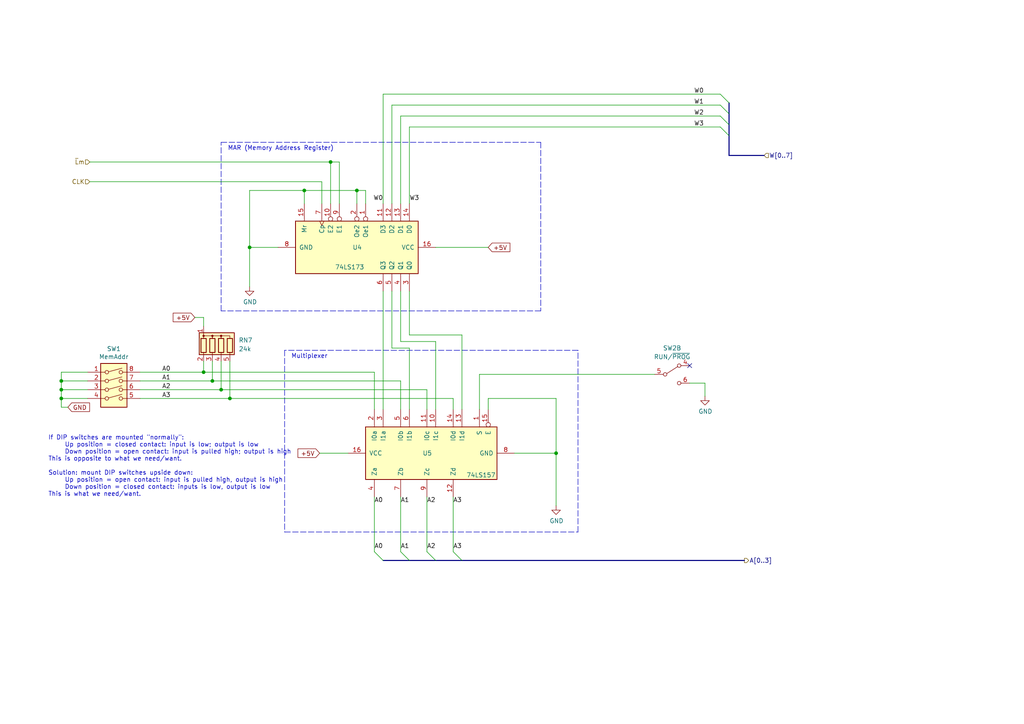
<source format=kicad_sch>
(kicad_sch (version 20211123) (generator eeschema)

  (uuid 652cf336-ea82-4bed-8c50-9f920b7be0a1)

  (paper "A4")

  (lib_symbols
    (symbol "74xx:74LS157" (pin_names (offset 1.016)) (in_bom yes) (on_board yes)
      (property "Reference" "U" (id 0) (at -7.62 19.05 0)
        (effects (font (size 1.27 1.27)))
      )
      (property "Value" "74LS157" (id 1) (at -7.62 -21.59 0)
        (effects (font (size 1.27 1.27)))
      )
      (property "Footprint" "" (id 2) (at 0 0 0)
        (effects (font (size 1.27 1.27)) hide)
      )
      (property "Datasheet" "http://www.ti.com/lit/gpn/sn74LS157" (id 3) (at 0 0 0)
        (effects (font (size 1.27 1.27)) hide)
      )
      (property "ki_locked" "" (id 4) (at 0 0 0)
        (effects (font (size 1.27 1.27)))
      )
      (property "ki_keywords" "TTL MUX MUX2" (id 5) (at 0 0 0)
        (effects (font (size 1.27 1.27)) hide)
      )
      (property "ki_description" "Quad 2 to 1 line Multiplexer" (id 6) (at 0 0 0)
        (effects (font (size 1.27 1.27)) hide)
      )
      (property "ki_fp_filters" "DIP?16*" (id 7) (at 0 0 0)
        (effects (font (size 1.27 1.27)) hide)
      )
      (symbol "74LS157_1_0"
        (pin input line (at -12.7 -15.24 0) (length 5.08)
          (name "S" (effects (font (size 1.27 1.27))))
          (number "1" (effects (font (size 1.27 1.27))))
        )
        (pin input line (at -12.7 -2.54 0) (length 5.08)
          (name "I1c" (effects (font (size 1.27 1.27))))
          (number "10" (effects (font (size 1.27 1.27))))
        )
        (pin input line (at -12.7 0 0) (length 5.08)
          (name "I0c" (effects (font (size 1.27 1.27))))
          (number "11" (effects (font (size 1.27 1.27))))
        )
        (pin output line (at 12.7 -7.62 180) (length 5.08)
          (name "Zd" (effects (font (size 1.27 1.27))))
          (number "12" (effects (font (size 1.27 1.27))))
        )
        (pin input line (at -12.7 -10.16 0) (length 5.08)
          (name "I1d" (effects (font (size 1.27 1.27))))
          (number "13" (effects (font (size 1.27 1.27))))
        )
        (pin input line (at -12.7 -7.62 0) (length 5.08)
          (name "I0d" (effects (font (size 1.27 1.27))))
          (number "14" (effects (font (size 1.27 1.27))))
        )
        (pin input inverted (at -12.7 -17.78 0) (length 5.08)
          (name "E" (effects (font (size 1.27 1.27))))
          (number "15" (effects (font (size 1.27 1.27))))
        )
        (pin power_in line (at 0 22.86 270) (length 5.08)
          (name "VCC" (effects (font (size 1.27 1.27))))
          (number "16" (effects (font (size 1.27 1.27))))
        )
        (pin input line (at -12.7 15.24 0) (length 5.08)
          (name "I0a" (effects (font (size 1.27 1.27))))
          (number "2" (effects (font (size 1.27 1.27))))
        )
        (pin input line (at -12.7 12.7 0) (length 5.08)
          (name "I1a" (effects (font (size 1.27 1.27))))
          (number "3" (effects (font (size 1.27 1.27))))
        )
        (pin output line (at 12.7 15.24 180) (length 5.08)
          (name "Za" (effects (font (size 1.27 1.27))))
          (number "4" (effects (font (size 1.27 1.27))))
        )
        (pin input line (at -12.7 7.62 0) (length 5.08)
          (name "I0b" (effects (font (size 1.27 1.27))))
          (number "5" (effects (font (size 1.27 1.27))))
        )
        (pin input line (at -12.7 5.08 0) (length 5.08)
          (name "I1b" (effects (font (size 1.27 1.27))))
          (number "6" (effects (font (size 1.27 1.27))))
        )
        (pin output line (at 12.7 7.62 180) (length 5.08)
          (name "Zb" (effects (font (size 1.27 1.27))))
          (number "7" (effects (font (size 1.27 1.27))))
        )
        (pin power_in line (at 0 -25.4 90) (length 5.08)
          (name "GND" (effects (font (size 1.27 1.27))))
          (number "8" (effects (font (size 1.27 1.27))))
        )
        (pin output line (at 12.7 0 180) (length 5.08)
          (name "Zc" (effects (font (size 1.27 1.27))))
          (number "9" (effects (font (size 1.27 1.27))))
        )
      )
      (symbol "74LS157_1_1"
        (rectangle (start -7.62 17.78) (end 7.62 -20.32)
          (stroke (width 0.254) (type default) (color 0 0 0 0))
          (fill (type background))
        )
      )
    )
    (symbol "74xx:74LS173" (pin_names (offset 1.016)) (in_bom yes) (on_board yes)
      (property "Reference" "U" (id 0) (at -7.62 19.05 0)
        (effects (font (size 1.27 1.27)))
      )
      (property "Value" "74LS173" (id 1) (at -7.62 -19.05 0)
        (effects (font (size 1.27 1.27)))
      )
      (property "Footprint" "" (id 2) (at 0 0 0)
        (effects (font (size 1.27 1.27)) hide)
      )
      (property "Datasheet" "http://www.ti.com/lit/gpn/sn74LS173" (id 3) (at 0 0 0)
        (effects (font (size 1.27 1.27)) hide)
      )
      (property "ki_locked" "" (id 4) (at 0 0 0)
        (effects (font (size 1.27 1.27)))
      )
      (property "ki_keywords" "TTL REG REG4 3State DFF" (id 5) (at 0 0 0)
        (effects (font (size 1.27 1.27)) hide)
      )
      (property "ki_description" "4-bit D-type Register, 3 state out" (id 6) (at 0 0 0)
        (effects (font (size 1.27 1.27)) hide)
      )
      (property "ki_fp_filters" "DIP?16*" (id 7) (at 0 0 0)
        (effects (font (size 1.27 1.27)) hide)
      )
      (symbol "74LS173_1_0"
        (pin input inverted (at -12.7 2.54 0) (length 5.08)
          (name "Oe1" (effects (font (size 1.27 1.27))))
          (number "1" (effects (font (size 1.27 1.27))))
        )
        (pin input inverted (at -12.7 -7.62 0) (length 5.08)
          (name "E2" (effects (font (size 1.27 1.27))))
          (number "10" (effects (font (size 1.27 1.27))))
        )
        (pin input line (at -12.7 7.62 0) (length 5.08)
          (name "D3" (effects (font (size 1.27 1.27))))
          (number "11" (effects (font (size 1.27 1.27))))
        )
        (pin input line (at -12.7 10.16 0) (length 5.08)
          (name "D2" (effects (font (size 1.27 1.27))))
          (number "12" (effects (font (size 1.27 1.27))))
        )
        (pin input line (at -12.7 12.7 0) (length 5.08)
          (name "D1" (effects (font (size 1.27 1.27))))
          (number "13" (effects (font (size 1.27 1.27))))
        )
        (pin input line (at -12.7 15.24 0) (length 5.08)
          (name "D0" (effects (font (size 1.27 1.27))))
          (number "14" (effects (font (size 1.27 1.27))))
        )
        (pin input line (at -12.7 -15.24 0) (length 5.08)
          (name "Mr" (effects (font (size 1.27 1.27))))
          (number "15" (effects (font (size 1.27 1.27))))
        )
        (pin power_in line (at 0 22.86 270) (length 5.08)
          (name "VCC" (effects (font (size 1.27 1.27))))
          (number "16" (effects (font (size 1.27 1.27))))
        )
        (pin input inverted (at -12.7 0 0) (length 5.08)
          (name "Oe2" (effects (font (size 1.27 1.27))))
          (number "2" (effects (font (size 1.27 1.27))))
        )
        (pin tri_state line (at 12.7 15.24 180) (length 5.08)
          (name "Q0" (effects (font (size 1.27 1.27))))
          (number "3" (effects (font (size 1.27 1.27))))
        )
        (pin tri_state line (at 12.7 12.7 180) (length 5.08)
          (name "Q1" (effects (font (size 1.27 1.27))))
          (number "4" (effects (font (size 1.27 1.27))))
        )
        (pin tri_state line (at 12.7 10.16 180) (length 5.08)
          (name "Q2" (effects (font (size 1.27 1.27))))
          (number "5" (effects (font (size 1.27 1.27))))
        )
        (pin tri_state line (at 12.7 7.62 180) (length 5.08)
          (name "Q3" (effects (font (size 1.27 1.27))))
          (number "6" (effects (font (size 1.27 1.27))))
        )
        (pin input clock (at -12.7 -10.16 0) (length 5.08)
          (name "Cp" (effects (font (size 1.27 1.27))))
          (number "7" (effects (font (size 1.27 1.27))))
        )
        (pin power_in line (at 0 -22.86 90) (length 5.08)
          (name "GND" (effects (font (size 1.27 1.27))))
          (number "8" (effects (font (size 1.27 1.27))))
        )
        (pin input inverted (at -12.7 -5.08 0) (length 5.08)
          (name "E1" (effects (font (size 1.27 1.27))))
          (number "9" (effects (font (size 1.27 1.27))))
        )
      )
      (symbol "74LS173_1_1"
        (rectangle (start -7.62 17.78) (end 7.62 -17.78)
          (stroke (width 0.254) (type default) (color 0 0 0 0))
          (fill (type background))
        )
      )
    )
    (symbol "Device:R_Network04" (pin_names (offset 0) hide) (in_bom yes) (on_board yes)
      (property "Reference" "RN" (id 0) (at -7.62 0 90)
        (effects (font (size 1.27 1.27)))
      )
      (property "Value" "R_Network04" (id 1) (at 5.08 0 90)
        (effects (font (size 1.27 1.27)))
      )
      (property "Footprint" "Resistor_THT:R_Array_SIP5" (id 2) (at 6.985 0 90)
        (effects (font (size 1.27 1.27)) hide)
      )
      (property "Datasheet" "http://www.vishay.com/docs/31509/csc.pdf" (id 3) (at 0 0 0)
        (effects (font (size 1.27 1.27)) hide)
      )
      (property "ki_keywords" "R network star-topology" (id 4) (at 0 0 0)
        (effects (font (size 1.27 1.27)) hide)
      )
      (property "ki_description" "4 resistor network, star topology, bussed resistors, small symbol" (id 5) (at 0 0 0)
        (effects (font (size 1.27 1.27)) hide)
      )
      (property "ki_fp_filters" "R?Array?SIP*" (id 6) (at 0 0 0)
        (effects (font (size 1.27 1.27)) hide)
      )
      (symbol "R_Network04_0_1"
        (rectangle (start -6.35 -3.175) (end 3.81 3.175)
          (stroke (width 0.254) (type default) (color 0 0 0 0))
          (fill (type background))
        )
        (rectangle (start -5.842 1.524) (end -4.318 -2.54)
          (stroke (width 0.254) (type default) (color 0 0 0 0))
          (fill (type none))
        )
        (circle (center -5.08 2.286) (radius 0.254)
          (stroke (width 0) (type default) (color 0 0 0 0))
          (fill (type outline))
        )
        (rectangle (start -3.302 1.524) (end -1.778 -2.54)
          (stroke (width 0.254) (type default) (color 0 0 0 0))
          (fill (type none))
        )
        (circle (center -2.54 2.286) (radius 0.254)
          (stroke (width 0) (type default) (color 0 0 0 0))
          (fill (type outline))
        )
        (rectangle (start -0.762 1.524) (end 0.762 -2.54)
          (stroke (width 0.254) (type default) (color 0 0 0 0))
          (fill (type none))
        )
        (polyline
          (pts
            (xy -5.08 -2.54)
            (xy -5.08 -3.81)
          )
          (stroke (width 0) (type default) (color 0 0 0 0))
          (fill (type none))
        )
        (polyline
          (pts
            (xy -2.54 -2.54)
            (xy -2.54 -3.81)
          )
          (stroke (width 0) (type default) (color 0 0 0 0))
          (fill (type none))
        )
        (polyline
          (pts
            (xy 0 -2.54)
            (xy 0 -3.81)
          )
          (stroke (width 0) (type default) (color 0 0 0 0))
          (fill (type none))
        )
        (polyline
          (pts
            (xy 2.54 -2.54)
            (xy 2.54 -3.81)
          )
          (stroke (width 0) (type default) (color 0 0 0 0))
          (fill (type none))
        )
        (polyline
          (pts
            (xy -5.08 1.524)
            (xy -5.08 2.286)
            (xy -2.54 2.286)
            (xy -2.54 1.524)
          )
          (stroke (width 0) (type default) (color 0 0 0 0))
          (fill (type none))
        )
        (polyline
          (pts
            (xy -2.54 1.524)
            (xy -2.54 2.286)
            (xy 0 2.286)
            (xy 0 1.524)
          )
          (stroke (width 0) (type default) (color 0 0 0 0))
          (fill (type none))
        )
        (polyline
          (pts
            (xy 0 1.524)
            (xy 0 2.286)
            (xy 2.54 2.286)
            (xy 2.54 1.524)
          )
          (stroke (width 0) (type default) (color 0 0 0 0))
          (fill (type none))
        )
        (circle (center 0 2.286) (radius 0.254)
          (stroke (width 0) (type default) (color 0 0 0 0))
          (fill (type outline))
        )
        (rectangle (start 1.778 1.524) (end 3.302 -2.54)
          (stroke (width 0.254) (type default) (color 0 0 0 0))
          (fill (type none))
        )
      )
      (symbol "R_Network04_1_1"
        (pin passive line (at -5.08 5.08 270) (length 2.54)
          (name "common" (effects (font (size 1.27 1.27))))
          (number "1" (effects (font (size 1.27 1.27))))
        )
        (pin passive line (at -5.08 -5.08 90) (length 1.27)
          (name "R1" (effects (font (size 1.27 1.27))))
          (number "2" (effects (font (size 1.27 1.27))))
        )
        (pin passive line (at -2.54 -5.08 90) (length 1.27)
          (name "R2" (effects (font (size 1.27 1.27))))
          (number "3" (effects (font (size 1.27 1.27))))
        )
        (pin passive line (at 0 -5.08 90) (length 1.27)
          (name "R3" (effects (font (size 1.27 1.27))))
          (number "4" (effects (font (size 1.27 1.27))))
        )
        (pin passive line (at 2.54 -5.08 90) (length 1.27)
          (name "R4" (effects (font (size 1.27 1.27))))
          (number "5" (effects (font (size 1.27 1.27))))
        )
      )
    )
    (symbol "Switch:SW_DIP_x04" (pin_names (offset 0) hide) (in_bom yes) (on_board yes)
      (property "Reference" "SW" (id 0) (at 0 8.89 0)
        (effects (font (size 1.27 1.27)))
      )
      (property "Value" "SW_DIP_x04" (id 1) (at 0 -6.35 0)
        (effects (font (size 1.27 1.27)))
      )
      (property "Footprint" "" (id 2) (at 0 0 0)
        (effects (font (size 1.27 1.27)) hide)
      )
      (property "Datasheet" "~" (id 3) (at 0 0 0)
        (effects (font (size 1.27 1.27)) hide)
      )
      (property "ki_keywords" "dip switch" (id 4) (at 0 0 0)
        (effects (font (size 1.27 1.27)) hide)
      )
      (property "ki_description" "4x DIP Switch, Single Pole Single Throw (SPST) switch, small symbol" (id 5) (at 0 0 0)
        (effects (font (size 1.27 1.27)) hide)
      )
      (property "ki_fp_filters" "SW?DIP?x4*" (id 6) (at 0 0 0)
        (effects (font (size 1.27 1.27)) hide)
      )
      (symbol "SW_DIP_x04_0_0"
        (circle (center -2.032 -2.54) (radius 0.508)
          (stroke (width 0) (type default) (color 0 0 0 0))
          (fill (type none))
        )
        (circle (center -2.032 0) (radius 0.508)
          (stroke (width 0) (type default) (color 0 0 0 0))
          (fill (type none))
        )
        (circle (center -2.032 2.54) (radius 0.508)
          (stroke (width 0) (type default) (color 0 0 0 0))
          (fill (type none))
        )
        (circle (center -2.032 5.08) (radius 0.508)
          (stroke (width 0) (type default) (color 0 0 0 0))
          (fill (type none))
        )
        (polyline
          (pts
            (xy -1.524 -2.3876)
            (xy 2.3622 -1.3462)
          )
          (stroke (width 0) (type default) (color 0 0 0 0))
          (fill (type none))
        )
        (polyline
          (pts
            (xy -1.524 0.127)
            (xy 2.3622 1.1684)
          )
          (stroke (width 0) (type default) (color 0 0 0 0))
          (fill (type none))
        )
        (polyline
          (pts
            (xy -1.524 2.667)
            (xy 2.3622 3.7084)
          )
          (stroke (width 0) (type default) (color 0 0 0 0))
          (fill (type none))
        )
        (polyline
          (pts
            (xy -1.524 5.207)
            (xy 2.3622 6.2484)
          )
          (stroke (width 0) (type default) (color 0 0 0 0))
          (fill (type none))
        )
        (circle (center 2.032 -2.54) (radius 0.508)
          (stroke (width 0) (type default) (color 0 0 0 0))
          (fill (type none))
        )
        (circle (center 2.032 0) (radius 0.508)
          (stroke (width 0) (type default) (color 0 0 0 0))
          (fill (type none))
        )
        (circle (center 2.032 2.54) (radius 0.508)
          (stroke (width 0) (type default) (color 0 0 0 0))
          (fill (type none))
        )
        (circle (center 2.032 5.08) (radius 0.508)
          (stroke (width 0) (type default) (color 0 0 0 0))
          (fill (type none))
        )
      )
      (symbol "SW_DIP_x04_0_1"
        (rectangle (start -3.81 7.62) (end 3.81 -5.08)
          (stroke (width 0.254) (type default) (color 0 0 0 0))
          (fill (type background))
        )
      )
      (symbol "SW_DIP_x04_1_1"
        (pin passive line (at -7.62 5.08 0) (length 5.08)
          (name "~" (effects (font (size 1.27 1.27))))
          (number "1" (effects (font (size 1.27 1.27))))
        )
        (pin passive line (at -7.62 2.54 0) (length 5.08)
          (name "~" (effects (font (size 1.27 1.27))))
          (number "2" (effects (font (size 1.27 1.27))))
        )
        (pin passive line (at -7.62 0 0) (length 5.08)
          (name "~" (effects (font (size 1.27 1.27))))
          (number "3" (effects (font (size 1.27 1.27))))
        )
        (pin passive line (at -7.62 -2.54 0) (length 5.08)
          (name "~" (effects (font (size 1.27 1.27))))
          (number "4" (effects (font (size 1.27 1.27))))
        )
        (pin passive line (at 7.62 -2.54 180) (length 5.08)
          (name "~" (effects (font (size 1.27 1.27))))
          (number "5" (effects (font (size 1.27 1.27))))
        )
        (pin passive line (at 7.62 0 180) (length 5.08)
          (name "~" (effects (font (size 1.27 1.27))))
          (number "6" (effects (font (size 1.27 1.27))))
        )
        (pin passive line (at 7.62 2.54 180) (length 5.08)
          (name "~" (effects (font (size 1.27 1.27))))
          (number "7" (effects (font (size 1.27 1.27))))
        )
        (pin passive line (at 7.62 5.08 180) (length 5.08)
          (name "~" (effects (font (size 1.27 1.27))))
          (number "8" (effects (font (size 1.27 1.27))))
        )
      )
    )
    (symbol "Switch:SW_DPDT_x2" (pin_names (offset 0) hide) (in_bom yes) (on_board yes)
      (property "Reference" "SW" (id 0) (at 0 4.318 0)
        (effects (font (size 1.27 1.27)))
      )
      (property "Value" "SW_DPDT_x2" (id 1) (at 0 -5.08 0)
        (effects (font (size 1.27 1.27)))
      )
      (property "Footprint" "" (id 2) (at 0 0 0)
        (effects (font (size 1.27 1.27)) hide)
      )
      (property "Datasheet" "~" (id 3) (at 0 0 0)
        (effects (font (size 1.27 1.27)) hide)
      )
      (property "ki_keywords" "switch dual-pole double-throw DPDT spdt ON-ON" (id 4) (at 0 0 0)
        (effects (font (size 1.27 1.27)) hide)
      )
      (property "ki_description" "Switch, dual pole double throw, separate symbols" (id 5) (at 0 0 0)
        (effects (font (size 1.27 1.27)) hide)
      )
      (property "ki_fp_filters" "SW*DPDT*" (id 6) (at 0 0 0)
        (effects (font (size 1.27 1.27)) hide)
      )
      (symbol "SW_DPDT_x2_0_0"
        (circle (center -2.032 0) (radius 0.508)
          (stroke (width 0) (type default) (color 0 0 0 0))
          (fill (type none))
        )
        (circle (center 2.032 -2.54) (radius 0.508)
          (stroke (width 0) (type default) (color 0 0 0 0))
          (fill (type none))
        )
      )
      (symbol "SW_DPDT_x2_0_1"
        (polyline
          (pts
            (xy -1.524 0.254)
            (xy 1.651 2.286)
          )
          (stroke (width 0) (type default) (color 0 0 0 0))
          (fill (type none))
        )
        (circle (center 2.032 2.54) (radius 0.508)
          (stroke (width 0) (type default) (color 0 0 0 0))
          (fill (type none))
        )
      )
      (symbol "SW_DPDT_x2_1_1"
        (pin passive line (at 5.08 2.54 180) (length 2.54)
          (name "A" (effects (font (size 1.27 1.27))))
          (number "1" (effects (font (size 1.27 1.27))))
        )
        (pin passive line (at -5.08 0 0) (length 2.54)
          (name "B" (effects (font (size 1.27 1.27))))
          (number "2" (effects (font (size 1.27 1.27))))
        )
        (pin passive line (at 5.08 -2.54 180) (length 2.54)
          (name "C" (effects (font (size 1.27 1.27))))
          (number "3" (effects (font (size 1.27 1.27))))
        )
      )
      (symbol "SW_DPDT_x2_2_1"
        (pin passive line (at 5.08 2.54 180) (length 2.54)
          (name "A" (effects (font (size 1.27 1.27))))
          (number "4" (effects (font (size 1.27 1.27))))
        )
        (pin passive line (at -5.08 0 0) (length 2.54)
          (name "B" (effects (font (size 1.27 1.27))))
          (number "5" (effects (font (size 1.27 1.27))))
        )
        (pin passive line (at 5.08 -2.54 180) (length 2.54)
          (name "C" (effects (font (size 1.27 1.27))))
          (number "6" (effects (font (size 1.27 1.27))))
        )
      )
    )
    (symbol "power:GND" (power) (pin_names (offset 0)) (in_bom yes) (on_board yes)
      (property "Reference" "#PWR" (id 0) (at 0 -6.35 0)
        (effects (font (size 1.27 1.27)) hide)
      )
      (property "Value" "GND" (id 1) (at 0 -3.81 0)
        (effects (font (size 1.27 1.27)))
      )
      (property "Footprint" "" (id 2) (at 0 0 0)
        (effects (font (size 1.27 1.27)) hide)
      )
      (property "Datasheet" "" (id 3) (at 0 0 0)
        (effects (font (size 1.27 1.27)) hide)
      )
      (property "ki_keywords" "power-flag" (id 4) (at 0 0 0)
        (effects (font (size 1.27 1.27)) hide)
      )
      (property "ki_description" "Power symbol creates a global label with name \"GND\" , ground" (id 5) (at 0 0 0)
        (effects (font (size 1.27 1.27)) hide)
      )
      (symbol "GND_0_1"
        (polyline
          (pts
            (xy 0 0)
            (xy 0 -1.27)
            (xy 1.27 -1.27)
            (xy 0 -2.54)
            (xy -1.27 -1.27)
            (xy 0 -1.27)
          )
          (stroke (width 0) (type default) (color 0 0 0 0))
          (fill (type none))
        )
      )
      (symbol "GND_1_1"
        (pin power_in line (at 0 0 270) (length 0) hide
          (name "GND" (effects (font (size 1.27 1.27))))
          (number "1" (effects (font (size 1.27 1.27))))
        )
      )
    )
  )

  (junction (at 17.78 110.49) (diameter 0) (color 0 0 0 0)
    (uuid 06741eba-fac3-4510-b31e-9c77d4a106f8)
  )
  (junction (at 17.78 113.03) (diameter 0) (color 0 0 0 0)
    (uuid 06ff7137-7141-48ac-be92-ff48356694ef)
  )
  (junction (at 103.505 55.245) (diameter 0) (color 0 0 0 0)
    (uuid 0d1435d6-7ef2-4435-9b6a-c9caadb6b08d)
  )
  (junction (at 61.595 110.49) (diameter 0) (color 0 0 0 0)
    (uuid 1b4ce739-8214-4239-9e51-c7b854e7ab8b)
  )
  (junction (at 161.29 131.445) (diameter 0) (color 0 0 0 0)
    (uuid 26ba140e-420b-4363-a03c-87e75a57cafa)
  )
  (junction (at 17.78 115.57) (diameter 0) (color 0 0 0 0)
    (uuid 3877dd34-3455-41cb-a72f-1dc1349916cf)
  )
  (junction (at 64.135 113.03) (diameter 0) (color 0 0 0 0)
    (uuid 469615c9-a453-4f95-9c28-f04dc3f36487)
  )
  (junction (at 66.675 115.57) (diameter 0) (color 0 0 0 0)
    (uuid 6d0579dc-ea49-4657-b71a-64f2f51b6c9c)
  )
  (junction (at 59.055 107.95) (diameter 0) (color 0 0 0 0)
    (uuid 793129a8-b01b-44cb-93ab-c9146f2e6acf)
  )
  (junction (at 95.885 46.99) (diameter 0) (color 0 0 0 0)
    (uuid 7b24d9de-7ec0-43d3-8a3e-9f03fb83d9d1)
  )
  (junction (at 72.39 71.755) (diameter 0) (color 0 0 0 0)
    (uuid e8cea0b0-8dfb-45da-9fa1-8c59da75842c)
  )
  (junction (at 88.265 55.245) (diameter 0) (color 0 0 0 0)
    (uuid f0b569ef-9ecd-48ec-a087-03509da031cf)
  )

  (no_connect (at 200.025 106.045) (uuid 13b0fa41-e048-476d-8a45-e5295e2809cd))

  (bus_entry (at 208.915 33.655) (size 2.54 2.54)
    (stroke (width 0) (type default) (color 0 0 0 0))
    (uuid 00ed7cdf-4f2f-4671-a2a0-b17ad1c494f2)
  )
  (bus_entry (at 108.585 160.02) (size 2.54 2.54)
    (stroke (width 0) (type default) (color 0 0 0 0))
    (uuid 41449401-5fe1-4a22-b39f-493254752481)
  )
  (bus_entry (at 208.915 36.83) (size 2.54 2.54)
    (stroke (width 0) (type default) (color 0 0 0 0))
    (uuid 573c15ff-4a35-4fcb-a3d0-a58dd5540168)
  )
  (bus_entry (at 123.825 160.02) (size 2.54 2.54)
    (stroke (width 0) (type default) (color 0 0 0 0))
    (uuid 7e4826a5-d5bf-4d42-8a54-b27bc448dd3b)
  )
  (bus_entry (at 116.205 160.02) (size 2.54 2.54)
    (stroke (width 0) (type default) (color 0 0 0 0))
    (uuid bc34b86f-1614-426a-af8a-0007d16a4c4d)
  )
  (bus_entry (at 131.445 160.02) (size 2.54 2.54)
    (stroke (width 0) (type default) (color 0 0 0 0))
    (uuid bf29a8c2-ce8e-4d4b-b97e-8b24cd9e22da)
  )
  (bus_entry (at 208.915 30.48) (size 2.54 2.54)
    (stroke (width 0) (type default) (color 0 0 0 0))
    (uuid c63467aa-0795-46cc-9f2f-6c7af7a2fcb0)
  )
  (bus_entry (at 208.915 27.305) (size 2.54 2.54)
    (stroke (width 0) (type default) (color 0 0 0 0))
    (uuid e8121f3b-4c4c-404f-b2a9-77f8c2748f9a)
  )

  (bus (pts (xy 211.455 45.085) (xy 221.615 45.085))
    (stroke (width 0) (type default) (color 0 0 0 0))
    (uuid 07fc4f33-7959-42b6-ba4f-72f17d827419)
  )

  (wire (pts (xy 200.025 111.125) (xy 204.47 111.125))
    (stroke (width 0) (type default) (color 0 0 0 0))
    (uuid 0aecc562-947d-4858-b729-e65c261d9402)
  )
  (wire (pts (xy 111.125 59.055) (xy 111.125 27.305))
    (stroke (width 0) (type default) (color 0 0 0 0))
    (uuid 0c2da287-2e6e-42c1-89c2-3562a4c8bba0)
  )
  (polyline (pts (xy 82.55 101.6) (xy 82.55 154.305))
    (stroke (width 0) (type default) (color 0 0 0 0))
    (uuid 0dc85c30-1563-472f-be3a-d2e4161bfa4d)
  )

  (wire (pts (xy 19.685 118.11) (xy 17.78 118.11))
    (stroke (width 0) (type default) (color 0 0 0 0))
    (uuid 0e8431f8-4f0c-4348-bad5-8a88a8e46b1d)
  )
  (wire (pts (xy 108.585 144.145) (xy 108.585 160.02))
    (stroke (width 0) (type default) (color 0 0 0 0))
    (uuid 10831f7a-1564-4933-b896-5b34a61b4d3f)
  )
  (wire (pts (xy 116.205 59.055) (xy 116.205 33.655))
    (stroke (width 0) (type default) (color 0 0 0 0))
    (uuid 1401ac7f-a341-49e6-806d-d067cab67323)
  )
  (wire (pts (xy 66.675 115.57) (xy 131.445 115.57))
    (stroke (width 0) (type default) (color 0 0 0 0))
    (uuid 164d9691-9fb3-48b0-aff0-7ec81e0a1c8c)
  )
  (wire (pts (xy 59.055 92.075) (xy 59.055 94.615))
    (stroke (width 0) (type default) (color 0 0 0 0))
    (uuid 1ab194c3-bded-41a1-af00-b4fb29db3fbf)
  )
  (polyline (pts (xy 82.55 154.305) (xy 167.64 154.305))
    (stroke (width 0) (type default) (color 0 0 0 0))
    (uuid 1b092c3e-b75f-4330-b51b-7013e33c05ae)
  )

  (wire (pts (xy 123.825 144.145) (xy 123.825 160.02))
    (stroke (width 0) (type default) (color 0 0 0 0))
    (uuid 29cab046-6c53-4fce-ab97-f8d600a4444a)
  )
  (wire (pts (xy 116.205 110.49) (xy 116.205 118.745))
    (stroke (width 0) (type default) (color 0 0 0 0))
    (uuid 2d97b886-de8a-4eb7-b1ae-a55abc040ebf)
  )
  (wire (pts (xy 103.505 55.245) (xy 103.505 59.055))
    (stroke (width 0) (type default) (color 0 0 0 0))
    (uuid 2f6f1c1c-1a96-4469-bb61-1a8a8a3e1202)
  )
  (polyline (pts (xy 167.64 154.305) (xy 167.64 101.6))
    (stroke (width 0) (type default) (color 0 0 0 0))
    (uuid 30a3d42f-2809-4885-8518-336a40dcacf6)
  )

  (wire (pts (xy 88.265 55.245) (xy 103.505 55.245))
    (stroke (width 0) (type default) (color 0 0 0 0))
    (uuid 314cb6c5-4302-4cec-8e5a-5ad91d66cb16)
  )
  (wire (pts (xy 149.225 131.445) (xy 161.29 131.445))
    (stroke (width 0) (type default) (color 0 0 0 0))
    (uuid 3298a406-99de-4ca7-8370-543760690c02)
  )
  (wire (pts (xy 95.885 59.055) (xy 95.885 46.99))
    (stroke (width 0) (type default) (color 0 0 0 0))
    (uuid 331460cd-bf28-49b4-ae35-1c34cdfd76ef)
  )
  (bus (pts (xy 126.365 162.56) (xy 133.985 162.56))
    (stroke (width 0) (type default) (color 0 0 0 0))
    (uuid 39563583-175b-4970-adfa-bfa6c4d2b185)
  )

  (wire (pts (xy 118.745 100.965) (xy 113.665 100.965))
    (stroke (width 0) (type default) (color 0 0 0 0))
    (uuid 3aa2242f-9871-4c13-934c-faa5b4a2b716)
  )
  (bus (pts (xy 111.125 162.56) (xy 118.745 162.56))
    (stroke (width 0) (type default) (color 0 0 0 0))
    (uuid 3de56b5e-8e30-4893-82f6-7e39325a9d67)
  )

  (wire (pts (xy 40.64 110.49) (xy 61.595 110.49))
    (stroke (width 0) (type default) (color 0 0 0 0))
    (uuid 40f5be13-8b91-4f73-8465-2be18d777682)
  )
  (wire (pts (xy 17.78 107.95) (xy 25.4 107.95))
    (stroke (width 0) (type default) (color 0 0 0 0))
    (uuid 42491071-812a-42ea-a53a-15a158210393)
  )
  (wire (pts (xy 40.64 115.57) (xy 66.675 115.57))
    (stroke (width 0) (type default) (color 0 0 0 0))
    (uuid 43aa4180-15ed-46e5-bc6f-00ac5ddcefca)
  )
  (wire (pts (xy 72.39 71.755) (xy 72.39 55.245))
    (stroke (width 0) (type default) (color 0 0 0 0))
    (uuid 44446cf9-373c-471e-bf14-29a1d4b4f13a)
  )
  (wire (pts (xy 95.885 46.99) (xy 98.425 46.99))
    (stroke (width 0) (type default) (color 0 0 0 0))
    (uuid 4880bdf5-c1a6-47ca-b72f-b0b7cfd7a15f)
  )
  (wire (pts (xy 111.125 84.455) (xy 111.125 118.745))
    (stroke (width 0) (type default) (color 0 0 0 0))
    (uuid 4a1caf51-41cb-4892-ba39-fb3700e673ba)
  )
  (polyline (pts (xy 167.64 101.6) (xy 82.55 101.6))
    (stroke (width 0) (type default) (color 0 0 0 0))
    (uuid 4a2cb407-40e7-4d1b-93d1-79e47e8ea852)
  )

  (wire (pts (xy 118.745 97.155) (xy 118.745 84.455))
    (stroke (width 0) (type default) (color 0 0 0 0))
    (uuid 4f683370-1fec-45f8-99b9-58d840174e05)
  )
  (wire (pts (xy 103.505 55.245) (xy 106.045 55.245))
    (stroke (width 0) (type default) (color 0 0 0 0))
    (uuid 4ff6204f-7f98-4cbb-b9bc-9e2e59a8957d)
  )
  (wire (pts (xy 133.985 118.745) (xy 133.985 97.155))
    (stroke (width 0) (type default) (color 0 0 0 0))
    (uuid 5058d126-c8d5-4187-9cd3-dbf52bae9539)
  )
  (wire (pts (xy 64.135 113.03) (xy 123.825 113.03))
    (stroke (width 0) (type default) (color 0 0 0 0))
    (uuid 50e1585c-6a93-42fa-bd15-6502fbda419b)
  )
  (wire (pts (xy 93.345 52.705) (xy 93.345 59.055))
    (stroke (width 0) (type default) (color 0 0 0 0))
    (uuid 53b53c7c-ee1a-4c92-816c-a0f6b8bf224b)
  )
  (wire (pts (xy 113.665 100.965) (xy 113.665 84.455))
    (stroke (width 0) (type default) (color 0 0 0 0))
    (uuid 5aa648bc-2c96-49ba-ab5e-d68869843031)
  )
  (polyline (pts (xy 64.135 90.17) (xy 64.135 41.275))
    (stroke (width 0) (type default) (color 0 0 0 0))
    (uuid 5abeb4f4-47f6-4903-87f4-f1d8ed20ccf0)
  )
  (polyline (pts (xy 156.845 41.275) (xy 156.845 90.17))
    (stroke (width 0) (type default) (color 0 0 0 0))
    (uuid 5c7b22f0-d959-4b3b-b0a7-5bc07d255173)
  )

  (wire (pts (xy 108.585 107.95) (xy 108.585 118.745))
    (stroke (width 0) (type default) (color 0 0 0 0))
    (uuid 5deb2d9c-b754-4583-988c-ec673a90d828)
  )
  (wire (pts (xy 98.425 46.99) (xy 98.425 59.055))
    (stroke (width 0) (type default) (color 0 0 0 0))
    (uuid 5f2ba100-e167-46dc-aa42-7644c186ca9b)
  )
  (bus (pts (xy 211.455 33.02) (xy 211.455 36.195))
    (stroke (width 0) (type default) (color 0 0 0 0))
    (uuid 6270288c-27da-4c7d-bbb4-30a4e6e2c0b0)
  )

  (wire (pts (xy 26.035 52.705) (xy 93.345 52.705))
    (stroke (width 0) (type default) (color 0 0 0 0))
    (uuid 635be3bf-cc5f-4ac2-bc7b-3761661beaae)
  )
  (wire (pts (xy 161.29 115.57) (xy 161.29 131.445))
    (stroke (width 0) (type default) (color 0 0 0 0))
    (uuid 63667763-3fa2-42cd-bbc2-c717df4d250e)
  )
  (wire (pts (xy 64.135 113.03) (xy 64.135 104.775))
    (stroke (width 0) (type default) (color 0 0 0 0))
    (uuid 6e11fb5e-1507-4d39-901b-cad4c754e60a)
  )
  (polyline (pts (xy 156.845 90.17) (xy 64.135 90.17))
    (stroke (width 0) (type default) (color 0 0 0 0))
    (uuid 6e313c8e-5140-4ad1-a8d9-16d4edc4380e)
  )

  (bus (pts (xy 211.455 36.195) (xy 211.455 39.37))
    (stroke (width 0) (type default) (color 0 0 0 0))
    (uuid 6e37ae12-b4c1-4c1d-86d6-b0e26a8538f5)
  )

  (wire (pts (xy 118.745 118.745) (xy 118.745 100.965))
    (stroke (width 0) (type default) (color 0 0 0 0))
    (uuid 6e704551-34fe-4ba1-bfb8-51ae0497a87e)
  )
  (wire (pts (xy 123.825 118.745) (xy 123.825 113.03))
    (stroke (width 0) (type default) (color 0 0 0 0))
    (uuid 70b2a9d3-527f-467a-8de1-14daefb2c6bb)
  )
  (wire (pts (xy 72.39 83.185) (xy 72.39 71.755))
    (stroke (width 0) (type default) (color 0 0 0 0))
    (uuid 70b489e6-1b0e-4654-80c9-f4dc9d7f1a75)
  )
  (wire (pts (xy 17.78 110.49) (xy 25.4 110.49))
    (stroke (width 0) (type default) (color 0 0 0 0))
    (uuid 7117a8c7-ae08-4851-b5dc-5bd0d25cd461)
  )
  (wire (pts (xy 126.365 71.755) (xy 141.605 71.755))
    (stroke (width 0) (type default) (color 0 0 0 0))
    (uuid 71eb1513-f947-483e-8b6d-8ba70a6fb465)
  )
  (wire (pts (xy 116.205 144.145) (xy 116.205 160.02))
    (stroke (width 0) (type default) (color 0 0 0 0))
    (uuid 795154f2-8f69-4f88-9cb0-8a961860e129)
  )
  (wire (pts (xy 59.055 107.95) (xy 108.585 107.95))
    (stroke (width 0) (type default) (color 0 0 0 0))
    (uuid 7a8a974f-b55b-4264-866d-be799f35d5d7)
  )
  (wire (pts (xy 17.78 115.57) (xy 17.78 113.03))
    (stroke (width 0) (type default) (color 0 0 0 0))
    (uuid 7b16b98c-5f77-4765-bfcd-33890bbee42d)
  )
  (wire (pts (xy 61.595 104.775) (xy 61.595 110.49))
    (stroke (width 0) (type default) (color 0 0 0 0))
    (uuid 7e0501e4-6c13-411f-8ae4-f9284e73e667)
  )
  (wire (pts (xy 208.915 30.48) (xy 113.665 30.48))
    (stroke (width 0) (type default) (color 0 0 0 0))
    (uuid 7e72802b-da2d-4a58-80df-e8fc802db277)
  )
  (wire (pts (xy 17.78 113.03) (xy 25.4 113.03))
    (stroke (width 0) (type default) (color 0 0 0 0))
    (uuid 855286a6-968d-46f2-b8ad-9114fa9ed1d2)
  )
  (polyline (pts (xy 64.135 41.275) (xy 156.845 41.275))
    (stroke (width 0) (type default) (color 0 0 0 0))
    (uuid 89c95cf1-b85a-4e02-a30f-94be03eedeae)
  )

  (wire (pts (xy 40.64 107.95) (xy 59.055 107.95))
    (stroke (width 0) (type default) (color 0 0 0 0))
    (uuid 89e0ceda-8630-4d99-86d6-1e2d7b3e340a)
  )
  (bus (pts (xy 211.455 29.845) (xy 211.455 33.02))
    (stroke (width 0) (type default) (color 0 0 0 0))
    (uuid 8c05909f-83b5-4b07-adb1-bb641a68fc56)
  )

  (wire (pts (xy 208.915 33.655) (xy 116.205 33.655))
    (stroke (width 0) (type default) (color 0 0 0 0))
    (uuid 8e24fca4-2153-4bc3-a467-9026e3661ad3)
  )
  (wire (pts (xy 17.78 115.57) (xy 25.4 115.57))
    (stroke (width 0) (type default) (color 0 0 0 0))
    (uuid a17c0854-ae4a-46d6-a9f9-6ba506292c15)
  )
  (wire (pts (xy 118.745 59.055) (xy 118.745 36.83))
    (stroke (width 0) (type default) (color 0 0 0 0))
    (uuid a2caef19-53ff-4d54-860d-5b0250f13c4f)
  )
  (bus (pts (xy 133.985 162.56) (xy 215.9 162.56))
    (stroke (width 0) (type default) (color 0 0 0 0))
    (uuid a6e7173e-8e05-4231-bb5e-2b8aaaa41a5a)
  )

  (wire (pts (xy 80.645 71.755) (xy 72.39 71.755))
    (stroke (width 0) (type default) (color 0 0 0 0))
    (uuid a7360e36-fd28-4b30-981c-526cd0ffe838)
  )
  (wire (pts (xy 106.045 55.245) (xy 106.045 59.055))
    (stroke (width 0) (type default) (color 0 0 0 0))
    (uuid ab745f78-8607-463a-be63-0171b5441800)
  )
  (bus (pts (xy 211.455 39.37) (xy 211.455 45.085))
    (stroke (width 0) (type default) (color 0 0 0 0))
    (uuid ad6cdbaf-fc9c-4502-8ac1-ffcaba167ed3)
  )

  (wire (pts (xy 56.515 92.075) (xy 59.055 92.075))
    (stroke (width 0) (type default) (color 0 0 0 0))
    (uuid ae14831e-3d34-481f-a54a-7944af5f8e6b)
  )
  (wire (pts (xy 131.445 144.145) (xy 131.445 160.02))
    (stroke (width 0) (type default) (color 0 0 0 0))
    (uuid b618412d-204d-44e7-a094-209cb00dab6a)
  )
  (wire (pts (xy 131.445 115.57) (xy 131.445 118.745))
    (stroke (width 0) (type default) (color 0 0 0 0))
    (uuid b7d5872f-0e92-4fa1-8dfb-6235909aa441)
  )
  (wire (pts (xy 141.605 115.57) (xy 161.29 115.57))
    (stroke (width 0) (type default) (color 0 0 0 0))
    (uuid b9b022bd-1a96-4301-be5f-2d295b7fe234)
  )
  (wire (pts (xy 17.78 113.03) (xy 17.78 110.49))
    (stroke (width 0) (type default) (color 0 0 0 0))
    (uuid ba642934-5258-44b8-9457-5bcdb126e11e)
  )
  (wire (pts (xy 40.64 113.03) (xy 64.135 113.03))
    (stroke (width 0) (type default) (color 0 0 0 0))
    (uuid bce692f6-e5c8-457e-a8dc-312737fe13ea)
  )
  (wire (pts (xy 17.78 107.95) (xy 17.78 110.49))
    (stroke (width 0) (type default) (color 0 0 0 0))
    (uuid bf3e36d5-89eb-4058-9846-6fc68b177bbb)
  )
  (wire (pts (xy 208.915 36.83) (xy 118.745 36.83))
    (stroke (width 0) (type default) (color 0 0 0 0))
    (uuid c074b564-3b21-41bd-9114-1d9d6f6185d9)
  )
  (wire (pts (xy 204.47 111.125) (xy 204.47 114.935))
    (stroke (width 0) (type default) (color 0 0 0 0))
    (uuid c6cb1d59-8622-41b3-bf77-e4b62077cbc5)
  )
  (bus (pts (xy 118.745 162.56) (xy 126.365 162.56))
    (stroke (width 0) (type default) (color 0 0 0 0))
    (uuid cb574f27-910d-4efe-a1fd-f76b25cc0333)
  )

  (wire (pts (xy 66.675 115.57) (xy 66.675 104.775))
    (stroke (width 0) (type default) (color 0 0 0 0))
    (uuid ce2f34a2-d3f6-460f-a2e2-ec6faf0a4a67)
  )
  (wire (pts (xy 100.965 131.445) (xy 92.71 131.445))
    (stroke (width 0) (type default) (color 0 0 0 0))
    (uuid cf010f58-1be2-47a8-bf74-53631b4ddc50)
  )
  (wire (pts (xy 141.605 118.745) (xy 141.605 115.57))
    (stroke (width 0) (type default) (color 0 0 0 0))
    (uuid d171a2d6-64ee-4fbc-a779-5afbed761fb1)
  )
  (wire (pts (xy 126.365 118.745) (xy 126.365 99.06))
    (stroke (width 0) (type default) (color 0 0 0 0))
    (uuid d79b0407-5091-4134-9dba-d9e070e23af5)
  )
  (wire (pts (xy 133.985 97.155) (xy 118.745 97.155))
    (stroke (width 0) (type default) (color 0 0 0 0))
    (uuid d84adff7-3e71-4e05-9c5d-6cc9bfaa46a4)
  )
  (wire (pts (xy 208.915 27.305) (xy 111.125 27.305))
    (stroke (width 0) (type default) (color 0 0 0 0))
    (uuid d8c8409c-91dc-4152-8d4f-318cd74b002b)
  )
  (wire (pts (xy 139.065 108.585) (xy 189.865 108.585))
    (stroke (width 0) (type default) (color 0 0 0 0))
    (uuid d9c093c8-cd8b-4a68-b8f4-0bd1d60835b2)
  )
  (wire (pts (xy 72.39 55.245) (xy 88.265 55.245))
    (stroke (width 0) (type default) (color 0 0 0 0))
    (uuid da8b580c-bf2b-4bfa-8a5c-b51e293af1f3)
  )
  (wire (pts (xy 116.205 99.06) (xy 116.205 84.455))
    (stroke (width 0) (type default) (color 0 0 0 0))
    (uuid e2656be0-cab5-41a7-ac96-7c550f25e70f)
  )
  (wire (pts (xy 95.885 46.99) (xy 26.035 46.99))
    (stroke (width 0) (type default) (color 0 0 0 0))
    (uuid e9c0ca98-c809-41af-86f3-a36397c51bf2)
  )
  (wire (pts (xy 161.29 131.445) (xy 161.29 146.685))
    (stroke (width 0) (type default) (color 0 0 0 0))
    (uuid eaa3551e-c4d9-4b77-b5c8-c78c3ddc35bb)
  )
  (wire (pts (xy 17.78 118.11) (xy 17.78 115.57))
    (stroke (width 0) (type default) (color 0 0 0 0))
    (uuid eac180db-7f7e-4791-ad8f-053364518be0)
  )
  (wire (pts (xy 139.065 118.745) (xy 139.065 108.585))
    (stroke (width 0) (type default) (color 0 0 0 0))
    (uuid ee8a1307-b8b9-420f-8eb9-24537ee5ad1b)
  )
  (wire (pts (xy 61.595 110.49) (xy 116.205 110.49))
    (stroke (width 0) (type default) (color 0 0 0 0))
    (uuid f1ed981d-70d4-4f6a-b85f-af3595d54782)
  )
  (wire (pts (xy 126.365 99.06) (xy 116.205 99.06))
    (stroke (width 0) (type default) (color 0 0 0 0))
    (uuid f40b901a-ba07-4778-81ff-f3558a24d849)
  )
  (wire (pts (xy 59.055 104.775) (xy 59.055 107.95))
    (stroke (width 0) (type default) (color 0 0 0 0))
    (uuid f8b3ed53-9a54-4d45-bb94-4a4e5f123a46)
  )
  (wire (pts (xy 88.265 55.245) (xy 88.265 59.055))
    (stroke (width 0) (type default) (color 0 0 0 0))
    (uuid fd76fe39-86a7-4968-b7d9-89175e66d32e)
  )
  (wire (pts (xy 113.665 59.055) (xy 113.665 30.48))
    (stroke (width 0) (type default) (color 0 0 0 0))
    (uuid fe9c0453-09b7-479f-8c34-73af902dee93)
  )

  (text "Multiplexer" (at 84.455 104.14 0)
    (effects (font (size 1.27 1.27)) (justify left bottom))
    (uuid 36372f68-21c8-4cb1-b6da-a38bafc39979)
  )
  (text "If DIP switches are mounted \"normally\": \n	Up position = closed contact: input is low; output is low \n	Down position = open contact: input is pulled high; output is high\nThis is opposite to what we need/want. \n\nSolution: mount DIP switches upside down: \n	Up position = open contact: input is pulled high, output is high\n	Down position = closed contact: inputs is low, output is low \nThis is what we need/want. "
    (at 13.97 144.145 0)
    (effects (font (size 1.27 1.27)) (justify left bottom))
    (uuid 9b4e69dd-7152-4305-87e3-273f51538dce)
  )
  (text "MAR (Memory Address Register)" (at 66.04 43.815 0)
    (effects (font (size 1.27 1.27)) (justify left bottom))
    (uuid f3593317-9877-4f32-bee6-dafab983e9b0)
  )

  (label "A0" (at 108.585 146.05 0)
    (effects (font (size 1.27 1.27)) (justify left bottom))
    (uuid 1161a8c5-d235-42c7-8b24-abb46370f41a)
  )
  (label "W2" (at 201.295 33.655 0)
    (effects (font (size 1.27 1.27)) (justify left bottom))
    (uuid 19f039bd-6543-41f7-bbba-4feacf2db387)
  )
  (label "A1" (at 116.205 159.385 0)
    (effects (font (size 1.27 1.27)) (justify left bottom))
    (uuid 2046aba4-fc7a-4562-8234-8be18f1eafcc)
  )
  (label "W3" (at 201.295 36.83 0)
    (effects (font (size 1.27 1.27)) (justify left bottom))
    (uuid 248cb9a5-3e02-4b53-9132-d9bb04d5bdce)
  )
  (label "W1" (at 201.295 30.48 0)
    (effects (font (size 1.27 1.27)) (justify left bottom))
    (uuid 2b2ab584-83f2-45ad-ae8d-93198fecbf1f)
  )
  (label "A3" (at 131.445 159.385 0)
    (effects (font (size 1.27 1.27)) (justify left bottom))
    (uuid 3aa94567-2c1c-4e5e-8f04-059e61aa4263)
  )
  (label "W0" (at 111.125 58.42 180)
    (effects (font (size 1.27 1.27)) (justify right bottom))
    (uuid 73620f0d-7dd0-49ff-ac36-eaecda46656e)
  )
  (label "A2" (at 123.825 146.05 0)
    (effects (font (size 1.27 1.27)) (justify left bottom))
    (uuid 76448eab-47c0-4a42-875b-221072b65bfc)
  )
  (label "A0" (at 46.99 107.95 0)
    (effects (font (size 1.27 1.27)) (justify left bottom))
    (uuid 781addb0-de3f-4dd8-a52f-82406e0b0f57)
  )
  (label "A2" (at 46.99 113.03 0)
    (effects (font (size 1.27 1.27)) (justify left bottom))
    (uuid 7e16cb27-d143-49f7-b1f1-42ea0ba2b5ad)
  )
  (label "A2" (at 123.825 159.385 0)
    (effects (font (size 1.27 1.27)) (justify left bottom))
    (uuid 7e2d1fe3-6d1d-4c51-b3e8-6f5196bbf7db)
  )
  (label "A1" (at 46.99 110.49 0)
    (effects (font (size 1.27 1.27)) (justify left bottom))
    (uuid 93b3cf4e-6d17-4ed8-9d93-1326b1f045a7)
  )
  (label "A3" (at 46.99 115.57 0)
    (effects (font (size 1.27 1.27)) (justify left bottom))
    (uuid 99d92dfb-6879-4f7d-b7e1-c50f6cad8ffb)
  )
  (label "W0" (at 201.295 27.305 0)
    (effects (font (size 1.27 1.27)) (justify left bottom))
    (uuid bff4ee40-eef8-45db-aa05-6fcb6ffb2afa)
  )
  (label "W3" (at 118.745 58.42 0)
    (effects (font (size 1.27 1.27)) (justify left bottom))
    (uuid ce46bfd1-3396-48d3-a049-8665bf2569f5)
  )
  (label "A0" (at 108.585 159.385 0)
    (effects (font (size 1.27 1.27)) (justify left bottom))
    (uuid eba717d3-ed83-453e-922e-fc943680b314)
  )
  (label "A1" (at 116.205 146.05 0)
    (effects (font (size 1.27 1.27)) (justify left bottom))
    (uuid ee6157fd-2d64-4250-ab71-8f4dfc72e872)
  )
  (label "A3" (at 131.445 146.05 0)
    (effects (font (size 1.27 1.27)) (justify left bottom))
    (uuid f39f3b68-60d1-4eb1-bfb9-957309ce91ce)
  )

  (global_label "+5V" (shape input) (at 56.515 92.075 180) (fields_autoplaced)
    (effects (font (size 1.27 1.27)) (justify right))
    (uuid 212ee0eb-0987-435b-a224-d1ce1b84e6a6)
    (property "Intersheet References" "${INTERSHEET_REFS}" (id 0) (at 50.3203 91.9956 0)
      (effects (font (size 1.27 1.27)) (justify right) hide)
    )
  )
  (global_label "GND" (shape input) (at 19.685 118.11 0) (fields_autoplaced)
    (effects (font (size 1.27 1.27)) (justify left))
    (uuid 843612cb-6753-4d31-b0db-16ea3d01ca4e)
    (property "Intersheet References" "${INTERSHEET_REFS}" (id 0) (at 25.8797 118.0306 0)
      (effects (font (size 1.27 1.27)) (justify left) hide)
    )
  )
  (global_label "+5V" (shape input) (at 141.605 71.755 0) (fields_autoplaced)
    (effects (font (size 1.27 1.27)) (justify left))
    (uuid c9dfedd3-b0a5-435a-8111-b01a5394f5ba)
    (property "Intersheet References" "${INTERSHEET_REFS}" (id 0) (at 0 0 0)
      (effects (font (size 1.27 1.27)) hide)
    )
  )
  (global_label "+5V" (shape input) (at 92.71 131.445 180) (fields_autoplaced)
    (effects (font (size 1.27 1.27)) (justify right))
    (uuid d6d2085b-0ad3-46c9-8ec7-b1a918035e35)
    (property "Intersheet References" "${INTERSHEET_REFS}" (id 0) (at 0 0 0)
      (effects (font (size 1.27 1.27)) hide)
    )
  )

  (hierarchical_label "~{L}m" (shape input) (at 26.035 46.99 180)
    (effects (font (size 1.27 1.27)) (justify right))
    (uuid 27dc5b48-24fe-476b-976f-e45846dc3993)
  )
  (hierarchical_label "CLK" (shape input) (at 26.035 52.705 180)
    (effects (font (size 1.27 1.27)) (justify right))
    (uuid 2ec925f5-1f39-4527-8a2b-1e2883b9b699)
  )
  (hierarchical_label "W[0..7]" (shape input) (at 221.615 45.085 0)
    (effects (font (size 1.27 1.27)) (justify left))
    (uuid 60885a29-90ee-41bc-ac98-d4e9fadf9a8f)
  )
  (hierarchical_label "A[0..3]" (shape output) (at 215.9 162.56 0)
    (effects (font (size 1.27 1.27)) (justify left))
    (uuid 81fee631-765d-4c50-b7b2-ea934ab9f0d5)
  )

  (symbol (lib_id "74xx:74LS173") (at 103.505 71.755 270) (unit 1)
    (in_bom yes) (on_board yes)
    (uuid 00000000-0000-0000-0000-000061afc2f3)
    (property "Reference" "U4" (id 0) (at 102.235 71.755 90)
      (effects (font (size 1.27 1.27)) (justify left))
    )
    (property "Value" "74LS173" (id 1) (at 97.155 77.47 90)
      (effects (font (size 1.27 1.27)) (justify left))
    )
    (property "Footprint" "Package_DIP:DIP-16_W7.62mm_LongPads" (id 2) (at 103.505 71.755 0)
      (effects (font (size 1.27 1.27)) hide)
    )
    (property "Datasheet" "http://www.ti.com/lit/gpn/sn74LS173" (id 3) (at 103.505 71.755 0)
      (effects (font (size 1.27 1.27)) hide)
    )
    (pin "1" (uuid 318d3ea6-a1a1-4e8d-be87-c43e6da10d34))
    (pin "10" (uuid ba6efb6a-2c28-4dfd-b055-2652a736235e))
    (pin "11" (uuid ebe17f15-0a6e-48b6-9ff1-2548ed66abd6))
    (pin "12" (uuid 8895f3e2-de14-4211-941b-b1514f628c13))
    (pin "13" (uuid caa3ce61-2214-44e8-84b7-0cd04ac3206e))
    (pin "14" (uuid dd7200bd-253c-4682-8e0a-32086930f0b3))
    (pin "15" (uuid d173a282-3ac3-41b1-9a42-56e3bd13cec3))
    (pin "16" (uuid c400e2e4-ad5b-4e73-b1f0-a1761711c86f))
    (pin "2" (uuid 1cfbf36e-0c48-4c1e-a25d-32fc97c89921))
    (pin "3" (uuid fd41e7aa-70fe-4742-a51a-781f9faa5401))
    (pin "4" (uuid 7f4a7f84-f69c-4745-8b03-2dcfafa53a8d))
    (pin "5" (uuid 41cd0860-ba73-4ce6-9443-0daad0796829))
    (pin "6" (uuid 07f64b5f-8b9a-4f99-9298-c13a77f524ff))
    (pin "7" (uuid 230c8bf6-3215-4dee-af53-f5d64ceadd3f))
    (pin "8" (uuid fc1c3480-1e09-4fc6-bd53-3934049aa669))
    (pin "9" (uuid da1a4910-4f45-48c7-ac17-8bf70367d78a))
  )

  (symbol (lib_id "power:GND") (at 72.39 83.185 0) (unit 1)
    (in_bom yes) (on_board yes)
    (uuid 00000000-0000-0000-0000-000061afc308)
    (property "Reference" "#PWR04" (id 0) (at 72.39 89.535 0)
      (effects (font (size 1.27 1.27)) hide)
    )
    (property "Value" "GND" (id 1) (at 72.517 87.5792 0))
    (property "Footprint" "" (id 2) (at 72.39 83.185 0)
      (effects (font (size 1.27 1.27)) hide)
    )
    (property "Datasheet" "" (id 3) (at 72.39 83.185 0)
      (effects (font (size 1.27 1.27)) hide)
    )
    (pin "1" (uuid e0282f2f-9446-48ae-94e6-7c1a4cb9914a))
  )

  (symbol (lib_id "power:GND") (at 161.29 146.685 0) (unit 1)
    (in_bom yes) (on_board yes)
    (uuid 00000000-0000-0000-0000-000061afc344)
    (property "Reference" "#PWR05" (id 0) (at 161.29 153.035 0)
      (effects (font (size 1.27 1.27)) hide)
    )
    (property "Value" "GND" (id 1) (at 161.417 151.0792 0))
    (property "Footprint" "" (id 2) (at 161.29 146.685 0)
      (effects (font (size 1.27 1.27)) hide)
    )
    (property "Datasheet" "" (id 3) (at 161.29 146.685 0)
      (effects (font (size 1.27 1.27)) hide)
    )
    (pin "1" (uuid b1075d44-bab7-4b47-bae4-e0485f5282bd))
  )

  (symbol (lib_id "Switch:SW_DIP_x04") (at 33.02 113.03 0) (unit 1)
    (in_bom yes) (on_board yes)
    (uuid 00000000-0000-0000-0000-000061afc35f)
    (property "Reference" "SW1" (id 0) (at 33.02 101.1682 0))
    (property "Value" "MemAddr" (id 1) (at 33.02 103.4796 0))
    (property "Footprint" "Button_Switch_THT:SW_DIP_SPSTx04_Slide_9.78x12.34mm_W7.62mm_P2.54mm" (id 2) (at 33.02 113.03 0)
      (effects (font (size 1.27 1.27)) hide)
    )
    (property "Datasheet" "~" (id 3) (at 33.02 113.03 0)
      (effects (font (size 1.27 1.27)) hide)
    )
    (pin "1" (uuid b11abc24-6654-4f05-a647-5e039b5fa9ce))
    (pin "2" (uuid dfeda38a-9371-46cb-a246-5653c2bab35e))
    (pin "3" (uuid 53c458d6-46c9-4f9d-9e11-19b0142abfb8))
    (pin "4" (uuid 48013a10-8e9a-4ac9-9602-5b97e70121a9))
    (pin "5" (uuid f5969648-acc8-4807-9a30-e54e363529a4))
    (pin "6" (uuid 779b0c91-3523-4f76-9693-94d1fe7ebb39))
    (pin "7" (uuid 30decbf3-05b5-4171-8ff9-5fa26335d8ef))
    (pin "8" (uuid 0e358594-898a-4326-837e-7865fc1101bd))
  )

  (symbol (lib_id "74xx:74LS157") (at 123.825 131.445 90) (mirror x) (unit 1)
    (in_bom yes) (on_board yes)
    (uuid 00000000-0000-0000-0000-000061ef67bf)
    (property "Reference" "U5" (id 0) (at 122.555 131.445 90)
      (effects (font (size 1.27 1.27)) (justify right))
    )
    (property "Value" "74LS157" (id 1) (at 135.255 137.795 90)
      (effects (font (size 1.27 1.27)) (justify right))
    )
    (property "Footprint" "Package_DIP:DIP-16_W7.62mm_LongPads" (id 2) (at 123.825 131.445 0)
      (effects (font (size 1.27 1.27)) hide)
    )
    (property "Datasheet" "http://www.ti.com/lit/gpn/sn74LS157" (id 3) (at 123.825 131.445 0)
      (effects (font (size 1.27 1.27)) hide)
    )
    (pin "1" (uuid 9abb316d-2408-47a3-acb5-07729630d13a))
    (pin "10" (uuid 49469266-0b14-4809-8518-018172111d9a))
    (pin "11" (uuid decb61af-fa27-4abd-91d5-051b3332c55c))
    (pin "12" (uuid 26694903-f99e-46c7-84c1-8bf82a284f3c))
    (pin "13" (uuid dda59237-55ae-416a-b1f2-42cfa79cb886))
    (pin "14" (uuid 5c319d99-e948-4000-8f49-9328624e348c))
    (pin "15" (uuid 3ff5ea62-311b-44fb-bdf1-ca1b21954268))
    (pin "16" (uuid 5d5f15fa-64b7-4dcc-982c-e0b5a4f66c7e))
    (pin "2" (uuid 1b07732f-b430-4995-ba71-3f5d0b6515cc))
    (pin "3" (uuid 5bc01641-7fb1-4530-84d8-83ce3f1a33a4))
    (pin "4" (uuid 28dcf706-05ab-470c-8c31-20cd1f3ce0a3))
    (pin "5" (uuid c1712d76-df09-46d6-a606-41373da8c34b))
    (pin "6" (uuid c68ea3b9-a6de-466b-b623-edb5b9dc3e37))
    (pin "7" (uuid 819e878c-86c1-462b-99d4-a64f8f4615bf))
    (pin "8" (uuid 98ba41a4-164f-4fc5-a627-4ef488c97307))
    (pin "9" (uuid 6b564318-8f80-42ea-8aa2-f5322e61b42d))
  )

  (symbol (lib_id "Device:R_Network04") (at 64.135 99.695 0) (unit 1)
    (in_bom yes) (on_board yes) (fields_autoplaced)
    (uuid 1ee88e0f-de58-4dfd-955a-ef4ae407c9ae)
    (property "Reference" "RN7" (id 0) (at 69.215 98.6789 0)
      (effects (font (size 1.27 1.27)) (justify left))
    )
    (property "Value" "24k" (id 1) (at 69.215 101.2189 0)
      (effects (font (size 1.27 1.27)) (justify left))
    )
    (property "Footprint" "Resistor_THT:R_Array_SIP5" (id 2) (at 71.12 99.695 90)
      (effects (font (size 1.27 1.27)) hide)
    )
    (property "Datasheet" "http://www.vishay.com/docs/31509/csc.pdf" (id 3) (at 64.135 99.695 0)
      (effects (font (size 1.27 1.27)) hide)
    )
    (pin "1" (uuid e1dc6851-82a2-4da1-818f-1540c548aca6))
    (pin "2" (uuid 6a50d73d-0ed3-4f3e-9c8f-45cccae32730))
    (pin "3" (uuid 6ed17d74-6c05-4fc4-a24d-c9bc2828b834))
    (pin "4" (uuid c418883c-7895-4a75-939e-dcd4f61b0bff))
    (pin "5" (uuid af335b5c-f90a-4388-bd3b-365fed1fd146))
  )

  (symbol (lib_id "Switch:SW_DPDT_x2") (at 194.945 108.585 0) (unit 2)
    (in_bom yes) (on_board yes) (fields_autoplaced)
    (uuid 411e7630-504a-4725-8b9e-a402d9c4f1d7)
    (property "Reference" "SW2" (id 0) (at 194.945 100.965 0))
    (property "Value" "RUN/~{PROG}" (id 1) (at 194.945 103.505 0))
    (property "Footprint" "Button_Switch_THT:SW_CuK_JS202011AQN_DPDT_Angled" (id 2) (at 194.945 108.585 0)
      (effects (font (size 1.27 1.27)) hide)
    )
    (property "Datasheet" "~" (id 3) (at 194.945 108.585 0)
      (effects (font (size 1.27 1.27)) hide)
    )
    (pin "1" (uuid f8d4e93f-d79e-4214-9d99-d02a24e4b181))
    (pin "2" (uuid 567bd3e6-2826-4944-9f67-1a35e5a5d2be))
    (pin "3" (uuid 7c5d6ba7-aa61-444b-a7ff-bd6970d0e8c1))
    (pin "4" (uuid ffb00f48-9830-42bb-b0b9-c3e5037b4679))
    (pin "5" (uuid 8cf2f62e-c5e5-47c1-b774-f0cc41e40d57))
    (pin "6" (uuid 08aacb8a-7cc4-4908-8cd6-9b74b7d978d4))
  )

  (symbol (lib_id "power:GND") (at 204.47 114.935 0) (unit 1)
    (in_bom yes) (on_board yes)
    (uuid 550ea918-42b9-4a80-b4ee-ca709017552f)
    (property "Reference" "#PWR03" (id 0) (at 204.47 121.285 0)
      (effects (font (size 1.27 1.27)) hide)
    )
    (property "Value" "GND" (id 1) (at 204.597 119.3292 0))
    (property "Footprint" "" (id 2) (at 204.47 114.935 0)
      (effects (font (size 1.27 1.27)) hide)
    )
    (property "Datasheet" "" (id 3) (at 204.47 114.935 0)
      (effects (font (size 1.27 1.27)) hide)
    )
    (pin "1" (uuid 665da06e-2d2f-4625-b3cd-caf5b9d35985))
  )
)

</source>
